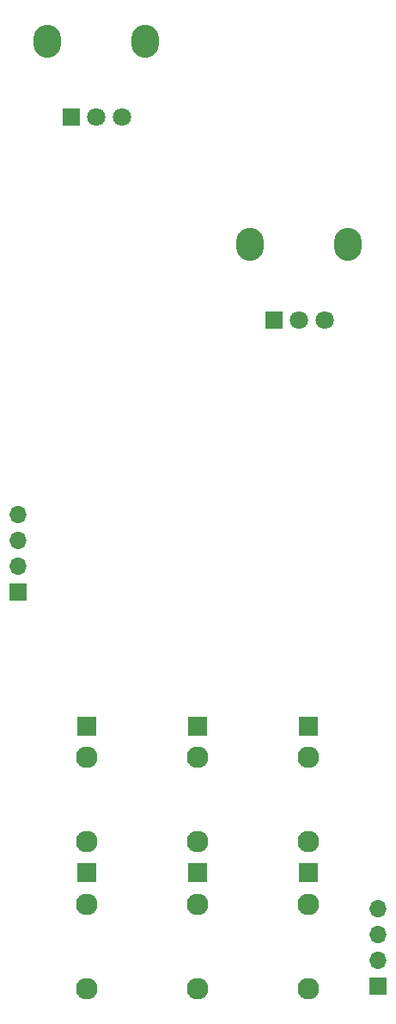
<source format=gbr>
%TF.GenerationSoftware,KiCad,Pcbnew,7.0.10*%
%TF.CreationDate,2024-02-20T21:55:09-06:00*%
%TF.ProjectId,Dual_VCA,4475616c-5f56-4434-912e-6b696361645f,rev?*%
%TF.SameCoordinates,Original*%
%TF.FileFunction,Soldermask,Top*%
%TF.FilePolarity,Negative*%
%FSLAX46Y46*%
G04 Gerber Fmt 4.6, Leading zero omitted, Abs format (unit mm)*
G04 Created by KiCad (PCBNEW 7.0.10) date 2024-02-20 21:55:09*
%MOMM*%
%LPD*%
G01*
G04 APERTURE LIST*
%ADD10R,1.930000X1.830000*%
%ADD11C,2.130000*%
%ADD12R,1.700000X1.700000*%
%ADD13O,1.700000X1.700000*%
%ADD14O,2.720000X3.240000*%
%ADD15R,1.800000X1.800000*%
%ADD16C,1.800000*%
G04 APERTURE END LIST*
D10*
%TO.C,J6*%
X173310000Y-127100000D03*
D11*
X173310000Y-138500000D03*
X173310000Y-130200000D03*
%TD*%
D12*
%TO.C,J10*%
X191060000Y-152730000D03*
D13*
X191060000Y-150190000D03*
X191060000Y-147650000D03*
X191060000Y-145110000D03*
%TD*%
D10*
%TO.C,J5*%
X184260000Y-127100000D03*
D11*
X184260000Y-138500000D03*
X184260000Y-130200000D03*
%TD*%
D10*
%TO.C,J2*%
X184260000Y-141550000D03*
D11*
X184260000Y-152950000D03*
X184260000Y-144650000D03*
%TD*%
D12*
%TO.C,J9*%
X155610000Y-113930000D03*
D13*
X155610000Y-111390000D03*
X155610000Y-108850000D03*
X155610000Y-106310000D03*
%TD*%
D14*
%TO.C,RV5*%
X158520000Y-59700000D03*
X168120000Y-59700000D03*
D15*
X160820000Y-67200000D03*
D16*
X163310000Y-67200000D03*
X165820000Y-67200000D03*
%TD*%
D10*
%TO.C,J1*%
X162360000Y-141550000D03*
D11*
X162360000Y-152950000D03*
X162360000Y-144650000D03*
%TD*%
D10*
%TO.C,J3*%
X173310000Y-141550000D03*
D11*
X173310000Y-152950000D03*
X173310000Y-144650000D03*
%TD*%
D10*
%TO.C,J7*%
X162360000Y-127100000D03*
D11*
X162360000Y-138500000D03*
X162360000Y-130200000D03*
%TD*%
D14*
%TO.C,RV1*%
X178510000Y-79695000D03*
X188110000Y-79695000D03*
D15*
X180810000Y-87195000D03*
D16*
X183310000Y-87195000D03*
X185810000Y-87195000D03*
%TD*%
M02*

</source>
